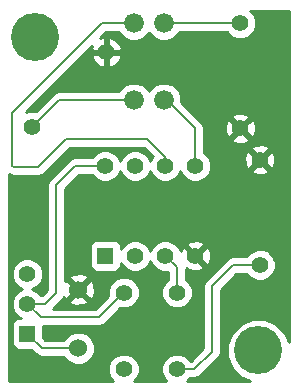
<source format=gtl>
G04 (created by PCBNEW-RS274X (2012-apr-16-27)-stable) date Sun 09 Feb 2014 20:33:20 GMT*
G01*
G70*
G90*
%MOIN*%
G04 Gerber Fmt 3.4, Leading zero omitted, Abs format*
%FSLAX34Y34*%
G04 APERTURE LIST*
%ADD10C,0.006000*%
%ADD11C,0.055000*%
%ADD12R,0.055000X0.055000*%
%ADD13C,0.160000*%
%ADD14C,0.060000*%
%ADD15C,0.066000*%
%ADD16C,0.008000*%
%ADD17C,0.010000*%
G04 APERTURE END LIST*
G54D10*
G54D11*
X59450Y-34100D03*
X59450Y-37600D03*
X60100Y-42150D03*
X60100Y-38650D03*
G54D12*
X52350Y-44450D03*
G54D11*
X52350Y-43450D03*
X52350Y-42450D03*
G54D13*
X60050Y-45000D03*
X52600Y-34550D03*
G54D14*
X54050Y-44930D03*
X54050Y-42970D03*
G54D11*
X57336Y-43070D03*
X57336Y-45630D03*
X55564Y-43070D03*
X55564Y-45630D03*
X52513Y-37537D03*
X54987Y-35063D03*
G54D12*
X54950Y-41850D03*
G54D11*
X55950Y-41850D03*
X56950Y-41850D03*
X57950Y-41850D03*
X57950Y-38850D03*
X56950Y-38850D03*
X55950Y-38850D03*
X54950Y-38850D03*
G54D15*
X56900Y-36650D03*
X55900Y-36650D03*
X55900Y-34100D03*
X56900Y-34100D03*
G54D16*
X52950Y-43450D02*
X53300Y-43100D01*
X53300Y-39500D02*
X53950Y-38850D01*
X53300Y-43100D02*
X53300Y-39500D01*
X55564Y-43070D02*
X55564Y-43064D01*
X52800Y-43900D02*
X52350Y-43450D01*
X54728Y-43900D02*
X52800Y-43900D01*
X55564Y-43064D02*
X54728Y-43900D01*
X52350Y-43450D02*
X52950Y-43450D01*
X53950Y-38850D02*
X54950Y-38850D01*
X57336Y-43070D02*
X57336Y-42236D01*
X59200Y-42150D02*
X60100Y-42150D01*
X57336Y-42236D02*
X56950Y-41850D01*
X57920Y-45630D02*
X58500Y-45050D01*
X58500Y-42850D02*
X59200Y-42150D01*
X57336Y-45630D02*
X57920Y-45630D01*
X58500Y-45050D02*
X58500Y-42850D01*
X57950Y-37600D02*
X57000Y-36650D01*
X57950Y-38850D02*
X57950Y-37600D01*
X57000Y-36650D02*
X56900Y-36650D01*
X56900Y-34100D02*
X59450Y-34100D01*
X55900Y-36650D02*
X53400Y-36650D01*
X53400Y-36650D02*
X52513Y-37537D01*
X56950Y-38850D02*
X56950Y-38550D01*
X54850Y-34100D02*
X55900Y-34100D01*
X51850Y-37100D02*
X54850Y-34100D01*
X51850Y-38850D02*
X51850Y-37100D01*
X51900Y-38900D02*
X51850Y-38850D01*
X52700Y-38900D02*
X51900Y-38900D01*
X53650Y-37950D02*
X52700Y-38900D01*
X56350Y-37950D02*
X53650Y-37950D01*
X56950Y-38550D02*
X56350Y-37950D01*
X54050Y-44930D02*
X52830Y-44930D01*
X52830Y-44930D02*
X52350Y-44450D01*
G54D10*
G36*
X61075Y-44731D02*
X60940Y-44406D01*
X60645Y-44110D01*
X60260Y-43950D01*
X59842Y-43950D01*
X59456Y-44110D01*
X59160Y-44405D01*
X59000Y-44790D01*
X59000Y-45208D01*
X59160Y-45594D01*
X59455Y-45890D01*
X59779Y-46025D01*
X57683Y-46025D01*
X57781Y-45928D01*
X57784Y-45920D01*
X57920Y-45920D01*
X58031Y-45898D01*
X58125Y-45835D01*
X58705Y-45255D01*
X58768Y-45161D01*
X58790Y-45050D01*
X58790Y-42970D01*
X59320Y-42440D01*
X59652Y-42440D01*
X59655Y-42447D01*
X59802Y-42595D01*
X59995Y-42675D01*
X60204Y-42675D01*
X60397Y-42595D01*
X60545Y-42448D01*
X60625Y-42255D01*
X60625Y-42046D01*
X60619Y-42031D01*
X60619Y-38724D01*
X60608Y-38520D01*
X60552Y-38383D01*
X60461Y-38360D01*
X60390Y-38431D01*
X60390Y-38289D01*
X60367Y-38198D01*
X60174Y-38131D01*
X59970Y-38142D01*
X59969Y-38142D01*
X59969Y-37674D01*
X59958Y-37470D01*
X59902Y-37333D01*
X59811Y-37310D01*
X59740Y-37381D01*
X59740Y-37239D01*
X59717Y-37148D01*
X59524Y-37081D01*
X59320Y-37092D01*
X59183Y-37148D01*
X59160Y-37239D01*
X59450Y-37529D01*
X59740Y-37239D01*
X59740Y-37381D01*
X59521Y-37600D01*
X59811Y-37890D01*
X59902Y-37867D01*
X59969Y-37674D01*
X59969Y-38142D01*
X59833Y-38198D01*
X59810Y-38289D01*
X60100Y-38579D01*
X60390Y-38289D01*
X60390Y-38431D01*
X60171Y-38650D01*
X60461Y-38940D01*
X60552Y-38917D01*
X60619Y-38724D01*
X60619Y-42031D01*
X60545Y-41853D01*
X60398Y-41705D01*
X60390Y-41701D01*
X60390Y-39011D01*
X60100Y-38721D01*
X60029Y-38792D01*
X60029Y-38650D01*
X59740Y-38361D01*
X59740Y-37961D01*
X59450Y-37671D01*
X59379Y-37742D01*
X59379Y-37600D01*
X59089Y-37310D01*
X58998Y-37333D01*
X58931Y-37526D01*
X58942Y-37730D01*
X58998Y-37867D01*
X59089Y-37890D01*
X59379Y-37600D01*
X59379Y-37742D01*
X59160Y-37961D01*
X59183Y-38052D01*
X59376Y-38119D01*
X59580Y-38108D01*
X59717Y-38052D01*
X59740Y-37961D01*
X59740Y-38361D01*
X59739Y-38360D01*
X59648Y-38383D01*
X59581Y-38576D01*
X59592Y-38780D01*
X59648Y-38917D01*
X59739Y-38940D01*
X60029Y-38650D01*
X60029Y-38792D01*
X59810Y-39011D01*
X59833Y-39102D01*
X60026Y-39169D01*
X60230Y-39158D01*
X60367Y-39102D01*
X60390Y-39011D01*
X60390Y-41701D01*
X60205Y-41625D01*
X59996Y-41625D01*
X59803Y-41705D01*
X59655Y-41852D01*
X59651Y-41860D01*
X59200Y-41860D01*
X59089Y-41882D01*
X58995Y-41945D01*
X58994Y-41945D01*
X58994Y-41946D01*
X58469Y-42471D01*
X58469Y-41924D01*
X58458Y-41720D01*
X58402Y-41583D01*
X58311Y-41560D01*
X58240Y-41631D01*
X58240Y-41489D01*
X58217Y-41398D01*
X58024Y-41331D01*
X57820Y-41342D01*
X57683Y-41398D01*
X57660Y-41489D01*
X57950Y-41779D01*
X58240Y-41489D01*
X58240Y-41631D01*
X58021Y-41850D01*
X58311Y-42140D01*
X58402Y-42117D01*
X58469Y-41924D01*
X58469Y-42471D01*
X58295Y-42645D01*
X58240Y-42727D01*
X58240Y-42211D01*
X57985Y-41956D01*
X57950Y-41921D01*
X57879Y-41850D01*
X57844Y-41815D01*
X57589Y-41560D01*
X57498Y-41583D01*
X57456Y-41701D01*
X57395Y-41553D01*
X57248Y-41405D01*
X57055Y-41325D01*
X56846Y-41325D01*
X56653Y-41405D01*
X56505Y-41552D01*
X56449Y-41685D01*
X56395Y-41553D01*
X56248Y-41405D01*
X56055Y-41325D01*
X55846Y-41325D01*
X55653Y-41405D01*
X55505Y-41552D01*
X55474Y-41626D01*
X55474Y-41526D01*
X55436Y-41434D01*
X55366Y-41364D01*
X55275Y-41326D01*
X55176Y-41326D01*
X54626Y-41326D01*
X54534Y-41364D01*
X54464Y-41434D01*
X54426Y-41525D01*
X54426Y-41624D01*
X54426Y-42174D01*
X54464Y-42266D01*
X54534Y-42336D01*
X54625Y-42374D01*
X54724Y-42374D01*
X55274Y-42374D01*
X55366Y-42336D01*
X55436Y-42266D01*
X55474Y-42175D01*
X55474Y-42076D01*
X55474Y-42072D01*
X55505Y-42147D01*
X55652Y-42295D01*
X55845Y-42375D01*
X56054Y-42375D01*
X56247Y-42295D01*
X56395Y-42148D01*
X56450Y-42014D01*
X56505Y-42147D01*
X56652Y-42295D01*
X56845Y-42375D01*
X57046Y-42375D01*
X57046Y-42622D01*
X57039Y-42625D01*
X56891Y-42772D01*
X56811Y-42965D01*
X56811Y-43174D01*
X56891Y-43367D01*
X57038Y-43515D01*
X57231Y-43595D01*
X57440Y-43595D01*
X57633Y-43515D01*
X57781Y-43368D01*
X57861Y-43175D01*
X57861Y-42966D01*
X57781Y-42773D01*
X57634Y-42625D01*
X57626Y-42621D01*
X57626Y-42281D01*
X57643Y-42298D01*
X57674Y-42266D01*
X57683Y-42302D01*
X57876Y-42369D01*
X58080Y-42358D01*
X58217Y-42302D01*
X58240Y-42211D01*
X58240Y-42727D01*
X58232Y-42739D01*
X58210Y-42850D01*
X58210Y-44930D01*
X57800Y-45340D01*
X57783Y-45340D01*
X57781Y-45333D01*
X57634Y-45185D01*
X57441Y-45105D01*
X57232Y-45105D01*
X57039Y-45185D01*
X56891Y-45332D01*
X56811Y-45525D01*
X56811Y-45734D01*
X56891Y-45927D01*
X56988Y-46025D01*
X55911Y-46025D01*
X56009Y-45928D01*
X56089Y-45735D01*
X56089Y-45526D01*
X56009Y-45333D01*
X55862Y-45185D01*
X55669Y-45105D01*
X55460Y-45105D01*
X55267Y-45185D01*
X55119Y-45332D01*
X55039Y-45525D01*
X55039Y-45734D01*
X55119Y-45927D01*
X55216Y-46025D01*
X51725Y-46025D01*
X51725Y-43350D01*
X51725Y-39125D01*
X51757Y-39146D01*
X51788Y-39167D01*
X51789Y-39168D01*
X51899Y-39189D01*
X51900Y-39190D01*
X52700Y-39190D01*
X52811Y-39168D01*
X52905Y-39105D01*
X53770Y-38240D01*
X56230Y-38240D01*
X56523Y-38533D01*
X56505Y-38552D01*
X56449Y-38685D01*
X56395Y-38553D01*
X56248Y-38405D01*
X56055Y-38325D01*
X55846Y-38325D01*
X55653Y-38405D01*
X55505Y-38552D01*
X55449Y-38685D01*
X55395Y-38553D01*
X55248Y-38405D01*
X55055Y-38325D01*
X54846Y-38325D01*
X54653Y-38405D01*
X54505Y-38552D01*
X54501Y-38560D01*
X53950Y-38560D01*
X53839Y-38582D01*
X53745Y-38645D01*
X53095Y-39295D01*
X53032Y-39389D01*
X53010Y-39500D01*
X53010Y-42980D01*
X52830Y-43160D01*
X52797Y-43160D01*
X52795Y-43153D01*
X52648Y-43005D01*
X52514Y-42949D01*
X52647Y-42895D01*
X52795Y-42748D01*
X52875Y-42555D01*
X52875Y-42346D01*
X52795Y-42153D01*
X52648Y-42005D01*
X52455Y-41925D01*
X52246Y-41925D01*
X52053Y-42005D01*
X51905Y-42152D01*
X51825Y-42345D01*
X51825Y-42554D01*
X51905Y-42747D01*
X52052Y-42895D01*
X52185Y-42950D01*
X52053Y-43005D01*
X51905Y-43152D01*
X51825Y-43345D01*
X51825Y-43554D01*
X51905Y-43747D01*
X52052Y-43895D01*
X52126Y-43926D01*
X52026Y-43926D01*
X51934Y-43964D01*
X51864Y-44034D01*
X51826Y-44125D01*
X51826Y-44224D01*
X51826Y-44774D01*
X51864Y-44866D01*
X51934Y-44936D01*
X52025Y-44974D01*
X52124Y-44974D01*
X52464Y-44974D01*
X52624Y-45134D01*
X52625Y-45135D01*
X52718Y-45197D01*
X52719Y-45198D01*
X52829Y-45219D01*
X52830Y-45220D01*
X53576Y-45220D01*
X53585Y-45241D01*
X53739Y-45395D01*
X53941Y-45479D01*
X54159Y-45479D01*
X54361Y-45395D01*
X54515Y-45241D01*
X54599Y-45039D01*
X54599Y-44821D01*
X54515Y-44619D01*
X54361Y-44465D01*
X54159Y-44381D01*
X53941Y-44381D01*
X53739Y-44465D01*
X53585Y-44619D01*
X53576Y-44640D01*
X52950Y-44640D01*
X52874Y-44564D01*
X52874Y-44190D01*
X54728Y-44190D01*
X54839Y-44168D01*
X54933Y-44105D01*
X55447Y-43590D01*
X55459Y-43595D01*
X55668Y-43595D01*
X55861Y-43515D01*
X56009Y-43368D01*
X56089Y-43175D01*
X56089Y-42966D01*
X56009Y-42773D01*
X55862Y-42625D01*
X55669Y-42545D01*
X55460Y-42545D01*
X55267Y-42625D01*
X55119Y-42772D01*
X55039Y-42965D01*
X55039Y-43174D01*
X55040Y-43177D01*
X54608Y-43610D01*
X54593Y-43610D01*
X54593Y-43049D01*
X54582Y-42836D01*
X54522Y-42689D01*
X54428Y-42662D01*
X54358Y-42732D01*
X54358Y-42592D01*
X54331Y-42498D01*
X54129Y-42427D01*
X53916Y-42438D01*
X53769Y-42498D01*
X53742Y-42592D01*
X54050Y-42899D01*
X54358Y-42592D01*
X54358Y-42732D01*
X54121Y-42970D01*
X54428Y-43278D01*
X54522Y-43251D01*
X54593Y-43049D01*
X54593Y-43610D01*
X54358Y-43610D01*
X54358Y-43348D01*
X54050Y-43041D01*
X53742Y-43348D01*
X53769Y-43442D01*
X53971Y-43513D01*
X54184Y-43502D01*
X54331Y-43442D01*
X54358Y-43348D01*
X54358Y-43610D01*
X53200Y-43610D01*
X53504Y-43306D01*
X53504Y-43305D01*
X53505Y-43305D01*
X53563Y-43216D01*
X53564Y-43216D01*
X53578Y-43251D01*
X53672Y-43278D01*
X53979Y-42970D01*
X53672Y-42662D01*
X53590Y-42685D01*
X53590Y-39620D01*
X54070Y-39140D01*
X54502Y-39140D01*
X54505Y-39147D01*
X54652Y-39295D01*
X54845Y-39375D01*
X55054Y-39375D01*
X55247Y-39295D01*
X55395Y-39148D01*
X55450Y-39014D01*
X55505Y-39147D01*
X55652Y-39295D01*
X55845Y-39375D01*
X56054Y-39375D01*
X56247Y-39295D01*
X56395Y-39148D01*
X56450Y-39014D01*
X56505Y-39147D01*
X56652Y-39295D01*
X56845Y-39375D01*
X57054Y-39375D01*
X57247Y-39295D01*
X57395Y-39148D01*
X57450Y-39014D01*
X57505Y-39147D01*
X57652Y-39295D01*
X57845Y-39375D01*
X58054Y-39375D01*
X58247Y-39295D01*
X58395Y-39148D01*
X58475Y-38955D01*
X58475Y-38746D01*
X58395Y-38553D01*
X58248Y-38405D01*
X58240Y-38401D01*
X58240Y-37600D01*
X58218Y-37489D01*
X58155Y-37395D01*
X57480Y-36720D01*
X57480Y-36535D01*
X57392Y-36322D01*
X57229Y-36159D01*
X57016Y-36070D01*
X56785Y-36070D01*
X56572Y-36158D01*
X56409Y-36321D01*
X56400Y-36341D01*
X56392Y-36322D01*
X56229Y-36159D01*
X56016Y-36070D01*
X55785Y-36070D01*
X55572Y-36158D01*
X55495Y-36235D01*
X55495Y-35194D01*
X55495Y-34932D01*
X55406Y-34748D01*
X55254Y-34612D01*
X55118Y-34555D01*
X55037Y-34603D01*
X55037Y-35013D01*
X55447Y-35013D01*
X55495Y-34932D01*
X55495Y-35194D01*
X55447Y-35113D01*
X55037Y-35113D01*
X55037Y-35523D01*
X55118Y-35571D01*
X55302Y-35482D01*
X55438Y-35330D01*
X55495Y-35194D01*
X55495Y-36235D01*
X55409Y-36321D01*
X55392Y-36360D01*
X54937Y-36360D01*
X54937Y-35523D01*
X54937Y-35113D01*
X54527Y-35113D01*
X54479Y-35194D01*
X54568Y-35378D01*
X54720Y-35514D01*
X54856Y-35571D01*
X54937Y-35523D01*
X54937Y-36360D01*
X53400Y-36360D01*
X53289Y-36382D01*
X53195Y-36445D01*
X52625Y-37014D01*
X52618Y-37012D01*
X52409Y-37012D01*
X52304Y-37055D01*
X54515Y-34845D01*
X54479Y-34932D01*
X54527Y-35013D01*
X54796Y-35013D01*
X54881Y-35098D01*
X55022Y-34957D01*
X54937Y-34872D01*
X54937Y-34603D01*
X54856Y-34555D01*
X54758Y-34601D01*
X54970Y-34390D01*
X55392Y-34390D01*
X55408Y-34428D01*
X55571Y-34591D01*
X55784Y-34680D01*
X56015Y-34680D01*
X56228Y-34592D01*
X56391Y-34429D01*
X56399Y-34408D01*
X56408Y-34428D01*
X56571Y-34591D01*
X56784Y-34680D01*
X57015Y-34680D01*
X57228Y-34592D01*
X57391Y-34429D01*
X57407Y-34390D01*
X59002Y-34390D01*
X59005Y-34397D01*
X59152Y-34545D01*
X59345Y-34625D01*
X59554Y-34625D01*
X59747Y-34545D01*
X59895Y-34398D01*
X59975Y-34205D01*
X59975Y-33996D01*
X59895Y-33803D01*
X59767Y-33675D01*
X61075Y-33675D01*
X61075Y-43350D01*
X61075Y-44731D01*
X61075Y-44731D01*
G37*
G54D17*
X61075Y-44731D02*
X60940Y-44406D01*
X60645Y-44110D01*
X60260Y-43950D01*
X59842Y-43950D01*
X59456Y-44110D01*
X59160Y-44405D01*
X59000Y-44790D01*
X59000Y-45208D01*
X59160Y-45594D01*
X59455Y-45890D01*
X59779Y-46025D01*
X57683Y-46025D01*
X57781Y-45928D01*
X57784Y-45920D01*
X57920Y-45920D01*
X58031Y-45898D01*
X58125Y-45835D01*
X58705Y-45255D01*
X58768Y-45161D01*
X58790Y-45050D01*
X58790Y-42970D01*
X59320Y-42440D01*
X59652Y-42440D01*
X59655Y-42447D01*
X59802Y-42595D01*
X59995Y-42675D01*
X60204Y-42675D01*
X60397Y-42595D01*
X60545Y-42448D01*
X60625Y-42255D01*
X60625Y-42046D01*
X60619Y-42031D01*
X60619Y-38724D01*
X60608Y-38520D01*
X60552Y-38383D01*
X60461Y-38360D01*
X60390Y-38431D01*
X60390Y-38289D01*
X60367Y-38198D01*
X60174Y-38131D01*
X59970Y-38142D01*
X59969Y-38142D01*
X59969Y-37674D01*
X59958Y-37470D01*
X59902Y-37333D01*
X59811Y-37310D01*
X59740Y-37381D01*
X59740Y-37239D01*
X59717Y-37148D01*
X59524Y-37081D01*
X59320Y-37092D01*
X59183Y-37148D01*
X59160Y-37239D01*
X59450Y-37529D01*
X59740Y-37239D01*
X59740Y-37381D01*
X59521Y-37600D01*
X59811Y-37890D01*
X59902Y-37867D01*
X59969Y-37674D01*
X59969Y-38142D01*
X59833Y-38198D01*
X59810Y-38289D01*
X60100Y-38579D01*
X60390Y-38289D01*
X60390Y-38431D01*
X60171Y-38650D01*
X60461Y-38940D01*
X60552Y-38917D01*
X60619Y-38724D01*
X60619Y-42031D01*
X60545Y-41853D01*
X60398Y-41705D01*
X60390Y-41701D01*
X60390Y-39011D01*
X60100Y-38721D01*
X60029Y-38792D01*
X60029Y-38650D01*
X59740Y-38361D01*
X59740Y-37961D01*
X59450Y-37671D01*
X59379Y-37742D01*
X59379Y-37600D01*
X59089Y-37310D01*
X58998Y-37333D01*
X58931Y-37526D01*
X58942Y-37730D01*
X58998Y-37867D01*
X59089Y-37890D01*
X59379Y-37600D01*
X59379Y-37742D01*
X59160Y-37961D01*
X59183Y-38052D01*
X59376Y-38119D01*
X59580Y-38108D01*
X59717Y-38052D01*
X59740Y-37961D01*
X59740Y-38361D01*
X59739Y-38360D01*
X59648Y-38383D01*
X59581Y-38576D01*
X59592Y-38780D01*
X59648Y-38917D01*
X59739Y-38940D01*
X60029Y-38650D01*
X60029Y-38792D01*
X59810Y-39011D01*
X59833Y-39102D01*
X60026Y-39169D01*
X60230Y-39158D01*
X60367Y-39102D01*
X60390Y-39011D01*
X60390Y-41701D01*
X60205Y-41625D01*
X59996Y-41625D01*
X59803Y-41705D01*
X59655Y-41852D01*
X59651Y-41860D01*
X59200Y-41860D01*
X59089Y-41882D01*
X58995Y-41945D01*
X58994Y-41945D01*
X58994Y-41946D01*
X58469Y-42471D01*
X58469Y-41924D01*
X58458Y-41720D01*
X58402Y-41583D01*
X58311Y-41560D01*
X58240Y-41631D01*
X58240Y-41489D01*
X58217Y-41398D01*
X58024Y-41331D01*
X57820Y-41342D01*
X57683Y-41398D01*
X57660Y-41489D01*
X57950Y-41779D01*
X58240Y-41489D01*
X58240Y-41631D01*
X58021Y-41850D01*
X58311Y-42140D01*
X58402Y-42117D01*
X58469Y-41924D01*
X58469Y-42471D01*
X58295Y-42645D01*
X58240Y-42727D01*
X58240Y-42211D01*
X57985Y-41956D01*
X57950Y-41921D01*
X57879Y-41850D01*
X57844Y-41815D01*
X57589Y-41560D01*
X57498Y-41583D01*
X57456Y-41701D01*
X57395Y-41553D01*
X57248Y-41405D01*
X57055Y-41325D01*
X56846Y-41325D01*
X56653Y-41405D01*
X56505Y-41552D01*
X56449Y-41685D01*
X56395Y-41553D01*
X56248Y-41405D01*
X56055Y-41325D01*
X55846Y-41325D01*
X55653Y-41405D01*
X55505Y-41552D01*
X55474Y-41626D01*
X55474Y-41526D01*
X55436Y-41434D01*
X55366Y-41364D01*
X55275Y-41326D01*
X55176Y-41326D01*
X54626Y-41326D01*
X54534Y-41364D01*
X54464Y-41434D01*
X54426Y-41525D01*
X54426Y-41624D01*
X54426Y-42174D01*
X54464Y-42266D01*
X54534Y-42336D01*
X54625Y-42374D01*
X54724Y-42374D01*
X55274Y-42374D01*
X55366Y-42336D01*
X55436Y-42266D01*
X55474Y-42175D01*
X55474Y-42076D01*
X55474Y-42072D01*
X55505Y-42147D01*
X55652Y-42295D01*
X55845Y-42375D01*
X56054Y-42375D01*
X56247Y-42295D01*
X56395Y-42148D01*
X56450Y-42014D01*
X56505Y-42147D01*
X56652Y-42295D01*
X56845Y-42375D01*
X57046Y-42375D01*
X57046Y-42622D01*
X57039Y-42625D01*
X56891Y-42772D01*
X56811Y-42965D01*
X56811Y-43174D01*
X56891Y-43367D01*
X57038Y-43515D01*
X57231Y-43595D01*
X57440Y-43595D01*
X57633Y-43515D01*
X57781Y-43368D01*
X57861Y-43175D01*
X57861Y-42966D01*
X57781Y-42773D01*
X57634Y-42625D01*
X57626Y-42621D01*
X57626Y-42281D01*
X57643Y-42298D01*
X57674Y-42266D01*
X57683Y-42302D01*
X57876Y-42369D01*
X58080Y-42358D01*
X58217Y-42302D01*
X58240Y-42211D01*
X58240Y-42727D01*
X58232Y-42739D01*
X58210Y-42850D01*
X58210Y-44930D01*
X57800Y-45340D01*
X57783Y-45340D01*
X57781Y-45333D01*
X57634Y-45185D01*
X57441Y-45105D01*
X57232Y-45105D01*
X57039Y-45185D01*
X56891Y-45332D01*
X56811Y-45525D01*
X56811Y-45734D01*
X56891Y-45927D01*
X56988Y-46025D01*
X55911Y-46025D01*
X56009Y-45928D01*
X56089Y-45735D01*
X56089Y-45526D01*
X56009Y-45333D01*
X55862Y-45185D01*
X55669Y-45105D01*
X55460Y-45105D01*
X55267Y-45185D01*
X55119Y-45332D01*
X55039Y-45525D01*
X55039Y-45734D01*
X55119Y-45927D01*
X55216Y-46025D01*
X51725Y-46025D01*
X51725Y-43350D01*
X51725Y-39125D01*
X51757Y-39146D01*
X51788Y-39167D01*
X51789Y-39168D01*
X51899Y-39189D01*
X51900Y-39190D01*
X52700Y-39190D01*
X52811Y-39168D01*
X52905Y-39105D01*
X53770Y-38240D01*
X56230Y-38240D01*
X56523Y-38533D01*
X56505Y-38552D01*
X56449Y-38685D01*
X56395Y-38553D01*
X56248Y-38405D01*
X56055Y-38325D01*
X55846Y-38325D01*
X55653Y-38405D01*
X55505Y-38552D01*
X55449Y-38685D01*
X55395Y-38553D01*
X55248Y-38405D01*
X55055Y-38325D01*
X54846Y-38325D01*
X54653Y-38405D01*
X54505Y-38552D01*
X54501Y-38560D01*
X53950Y-38560D01*
X53839Y-38582D01*
X53745Y-38645D01*
X53095Y-39295D01*
X53032Y-39389D01*
X53010Y-39500D01*
X53010Y-42980D01*
X52830Y-43160D01*
X52797Y-43160D01*
X52795Y-43153D01*
X52648Y-43005D01*
X52514Y-42949D01*
X52647Y-42895D01*
X52795Y-42748D01*
X52875Y-42555D01*
X52875Y-42346D01*
X52795Y-42153D01*
X52648Y-42005D01*
X52455Y-41925D01*
X52246Y-41925D01*
X52053Y-42005D01*
X51905Y-42152D01*
X51825Y-42345D01*
X51825Y-42554D01*
X51905Y-42747D01*
X52052Y-42895D01*
X52185Y-42950D01*
X52053Y-43005D01*
X51905Y-43152D01*
X51825Y-43345D01*
X51825Y-43554D01*
X51905Y-43747D01*
X52052Y-43895D01*
X52126Y-43926D01*
X52026Y-43926D01*
X51934Y-43964D01*
X51864Y-44034D01*
X51826Y-44125D01*
X51826Y-44224D01*
X51826Y-44774D01*
X51864Y-44866D01*
X51934Y-44936D01*
X52025Y-44974D01*
X52124Y-44974D01*
X52464Y-44974D01*
X52624Y-45134D01*
X52625Y-45135D01*
X52718Y-45197D01*
X52719Y-45198D01*
X52829Y-45219D01*
X52830Y-45220D01*
X53576Y-45220D01*
X53585Y-45241D01*
X53739Y-45395D01*
X53941Y-45479D01*
X54159Y-45479D01*
X54361Y-45395D01*
X54515Y-45241D01*
X54599Y-45039D01*
X54599Y-44821D01*
X54515Y-44619D01*
X54361Y-44465D01*
X54159Y-44381D01*
X53941Y-44381D01*
X53739Y-44465D01*
X53585Y-44619D01*
X53576Y-44640D01*
X52950Y-44640D01*
X52874Y-44564D01*
X52874Y-44190D01*
X54728Y-44190D01*
X54839Y-44168D01*
X54933Y-44105D01*
X55447Y-43590D01*
X55459Y-43595D01*
X55668Y-43595D01*
X55861Y-43515D01*
X56009Y-43368D01*
X56089Y-43175D01*
X56089Y-42966D01*
X56009Y-42773D01*
X55862Y-42625D01*
X55669Y-42545D01*
X55460Y-42545D01*
X55267Y-42625D01*
X55119Y-42772D01*
X55039Y-42965D01*
X55039Y-43174D01*
X55040Y-43177D01*
X54608Y-43610D01*
X54593Y-43610D01*
X54593Y-43049D01*
X54582Y-42836D01*
X54522Y-42689D01*
X54428Y-42662D01*
X54358Y-42732D01*
X54358Y-42592D01*
X54331Y-42498D01*
X54129Y-42427D01*
X53916Y-42438D01*
X53769Y-42498D01*
X53742Y-42592D01*
X54050Y-42899D01*
X54358Y-42592D01*
X54358Y-42732D01*
X54121Y-42970D01*
X54428Y-43278D01*
X54522Y-43251D01*
X54593Y-43049D01*
X54593Y-43610D01*
X54358Y-43610D01*
X54358Y-43348D01*
X54050Y-43041D01*
X53742Y-43348D01*
X53769Y-43442D01*
X53971Y-43513D01*
X54184Y-43502D01*
X54331Y-43442D01*
X54358Y-43348D01*
X54358Y-43610D01*
X53200Y-43610D01*
X53504Y-43306D01*
X53504Y-43305D01*
X53505Y-43305D01*
X53563Y-43216D01*
X53564Y-43216D01*
X53578Y-43251D01*
X53672Y-43278D01*
X53979Y-42970D01*
X53672Y-42662D01*
X53590Y-42685D01*
X53590Y-39620D01*
X54070Y-39140D01*
X54502Y-39140D01*
X54505Y-39147D01*
X54652Y-39295D01*
X54845Y-39375D01*
X55054Y-39375D01*
X55247Y-39295D01*
X55395Y-39148D01*
X55450Y-39014D01*
X55505Y-39147D01*
X55652Y-39295D01*
X55845Y-39375D01*
X56054Y-39375D01*
X56247Y-39295D01*
X56395Y-39148D01*
X56450Y-39014D01*
X56505Y-39147D01*
X56652Y-39295D01*
X56845Y-39375D01*
X57054Y-39375D01*
X57247Y-39295D01*
X57395Y-39148D01*
X57450Y-39014D01*
X57505Y-39147D01*
X57652Y-39295D01*
X57845Y-39375D01*
X58054Y-39375D01*
X58247Y-39295D01*
X58395Y-39148D01*
X58475Y-38955D01*
X58475Y-38746D01*
X58395Y-38553D01*
X58248Y-38405D01*
X58240Y-38401D01*
X58240Y-37600D01*
X58218Y-37489D01*
X58155Y-37395D01*
X57480Y-36720D01*
X57480Y-36535D01*
X57392Y-36322D01*
X57229Y-36159D01*
X57016Y-36070D01*
X56785Y-36070D01*
X56572Y-36158D01*
X56409Y-36321D01*
X56400Y-36341D01*
X56392Y-36322D01*
X56229Y-36159D01*
X56016Y-36070D01*
X55785Y-36070D01*
X55572Y-36158D01*
X55495Y-36235D01*
X55495Y-35194D01*
X55495Y-34932D01*
X55406Y-34748D01*
X55254Y-34612D01*
X55118Y-34555D01*
X55037Y-34603D01*
X55037Y-35013D01*
X55447Y-35013D01*
X55495Y-34932D01*
X55495Y-35194D01*
X55447Y-35113D01*
X55037Y-35113D01*
X55037Y-35523D01*
X55118Y-35571D01*
X55302Y-35482D01*
X55438Y-35330D01*
X55495Y-35194D01*
X55495Y-36235D01*
X55409Y-36321D01*
X55392Y-36360D01*
X54937Y-36360D01*
X54937Y-35523D01*
X54937Y-35113D01*
X54527Y-35113D01*
X54479Y-35194D01*
X54568Y-35378D01*
X54720Y-35514D01*
X54856Y-35571D01*
X54937Y-35523D01*
X54937Y-36360D01*
X53400Y-36360D01*
X53289Y-36382D01*
X53195Y-36445D01*
X52625Y-37014D01*
X52618Y-37012D01*
X52409Y-37012D01*
X52304Y-37055D01*
X54515Y-34845D01*
X54479Y-34932D01*
X54527Y-35013D01*
X54796Y-35013D01*
X54881Y-35098D01*
X55022Y-34957D01*
X54937Y-34872D01*
X54937Y-34603D01*
X54856Y-34555D01*
X54758Y-34601D01*
X54970Y-34390D01*
X55392Y-34390D01*
X55408Y-34428D01*
X55571Y-34591D01*
X55784Y-34680D01*
X56015Y-34680D01*
X56228Y-34592D01*
X56391Y-34429D01*
X56399Y-34408D01*
X56408Y-34428D01*
X56571Y-34591D01*
X56784Y-34680D01*
X57015Y-34680D01*
X57228Y-34592D01*
X57391Y-34429D01*
X57407Y-34390D01*
X59002Y-34390D01*
X59005Y-34397D01*
X59152Y-34545D01*
X59345Y-34625D01*
X59554Y-34625D01*
X59747Y-34545D01*
X59895Y-34398D01*
X59975Y-34205D01*
X59975Y-33996D01*
X59895Y-33803D01*
X59767Y-33675D01*
X61075Y-33675D01*
X61075Y-43350D01*
X61075Y-44731D01*
M02*

</source>
